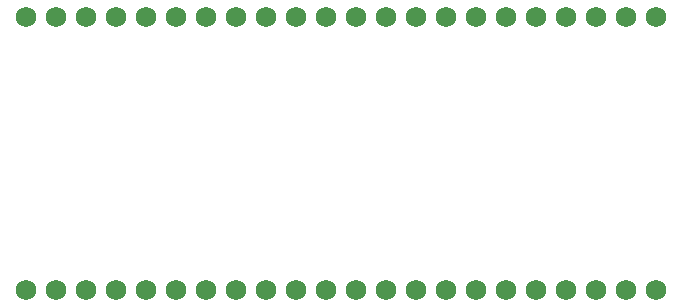
<source format=gbs>
G04 EAGLE Gerber RS-274X export*
G75*
%MOMM*%
%FSLAX34Y34*%
%LPD*%
%INSoldermask Bottom*%
%IPPOS*%
%AMOC8*
5,1,8,0,0,1.08239X$1,22.5*%
G01*
%ADD10C,1.727200*%


D10*
X30480Y264160D03*
X55880Y264160D03*
X81280Y264160D03*
X106680Y264160D03*
X132080Y264160D03*
X157480Y264160D03*
X182880Y264160D03*
X208280Y264160D03*
X233680Y264160D03*
X259080Y264160D03*
X284480Y264160D03*
X309880Y264160D03*
X335280Y264160D03*
X360680Y264160D03*
X386080Y264160D03*
X411480Y264160D03*
X436880Y264160D03*
X462280Y264160D03*
X487680Y264160D03*
X513080Y264160D03*
X538480Y264160D03*
X563880Y264160D03*
X563880Y33020D03*
X538480Y33020D03*
X513080Y33020D03*
X487680Y33020D03*
X462280Y33020D03*
X436880Y33020D03*
X411480Y33020D03*
X386080Y33020D03*
X360680Y33020D03*
X335280Y33020D03*
X309880Y33020D03*
X284480Y33020D03*
X259080Y33020D03*
X233680Y33020D03*
X208280Y33020D03*
X182880Y33020D03*
X157480Y33020D03*
X132080Y33020D03*
X106680Y33020D03*
X81280Y33020D03*
X55880Y33020D03*
X30480Y33020D03*
M02*

</source>
